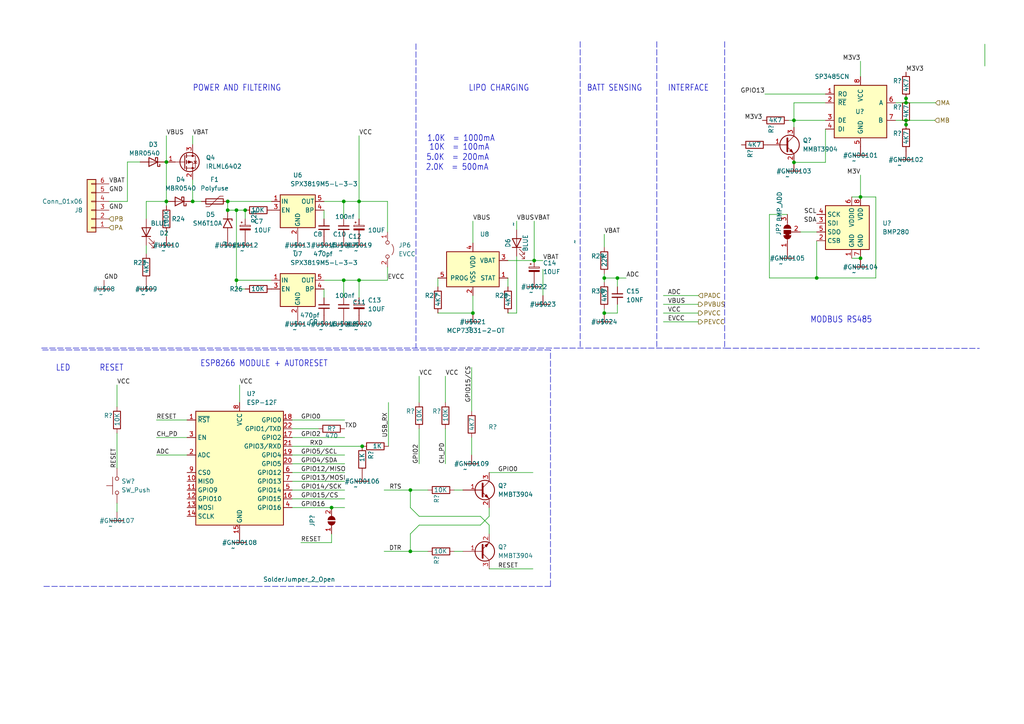
<source format=kicad_sch>
(kicad_sch (version 20211123) (generator eeschema)
  (paper "A4")
  (lib_symbols
    (symbol "Battery_Management:MCP73831-2-OT" (pin_names (offset 1.016))
      (property "Reference" "U" (at -7.62 6.35 0))
      (property "Value" "MCP73831-2-OT" (at 1.27 6.35 0))
      (symbol "MCP73831-2-OT_0_1"
        (rectangle (start -7.62 5.08) (end 7.62 -5.08) (stroke (width 0.254)) (fill (type background)))
      )
      (symbol "MCP73831-2-OT_1_1"
        (pin output line (at 10.16 -2.54 180) (length 2.54) (name "STAT") (number "1"))
        (pin power_in line (at 0 -7.62 90) (length 2.54) (name "VSS") (number "2"))
        (pin power_out line (at 10.16 2.54 180) (length 2.54) (name "VBAT") (number "3"))
        (pin power_in line (at 0 7.62 270) (length 2.54) (name "VDD") (number "4"))
        (pin input line (at -10.16 -2.54 0) (length 2.54) (name "PROG") (number "5"))
      )
    )
    (symbol "CPU_ESPID12-eagle-import:GND" (power)
      (property "Value" "GND" (at -2.54 -2.54 0))
      (symbol "GND_1_0"
        (polyline (pts (xy -1.905 0) (xy 1.905 0)) (stroke (width 0.254)))
        (pin power_in line (at 0 2.54 270) (length 2.54) (name "GND") (number "1"))
      )
    )
    (symbol "Connector_Generic:Conn_01x06" (pin_names (offset 1.016) hide)
      (property "Reference" "J" (at 0 7.62 0))
      (property "Value" "Conn_01x06" (at 0 -10.16 0))
      (symbol "Conn_01x06_1_1"
        (rectangle (start -1.27 -7.493) (end 0 -7.747) (stroke (width 0.1524)))
        (rectangle (start -1.27 -4.953) (end 0 -5.207) (stroke (width 0.1524)))
        (rectangle (start -1.27 -2.413) (end 0 -2.667) (stroke (width 0.1524)))
        (rectangle (start -1.27 0.127) (end 0 -0.127) (stroke (width 0.1524)))
        (rectangle (start -1.27 2.667) (end 0 2.413) (stroke (width 0.1524)))
        (rectangle (start -1.27 5.207) (end 0 4.953) (stroke (width 0.1524)))
        (rectangle (start -1.27 6.35) (end 1.27 -8.89) (stroke (width 0.254)) (fill (type background)))
        (pin passive line (at -5.08 5.08 0) (length 3.81) (name "Pin_1") (number "1"))
        (pin passive line (at -5.08 2.54 0) (length 3.81) (name "Pin_2") (number "2"))
        (pin passive line (at -5.08 0 0) (length 3.81) (name "Pin_3") (number "3"))
        (pin passive line (at -5.08 -2.54 0) (length 3.81) (name "Pin_4") (number "4"))
        (pin passive line (at -5.08 -5.08 0) (length 3.81) (name "Pin_5") (number "5"))
        (pin passive line (at -5.08 -7.62 0) (length 3.81) (name "Pin_6") (number "6"))
      )
    )
    (symbol "Device:C_Polarized_Small" (pin_numbers hide) (pin_names (offset 0.254) hide)
      (property "Reference" "C" (at 0.254 1.778 0))
      (property "Value" "C_Polarized_Small" (at 0.254 -2.032 0))
      (symbol "C_Polarized_Small_0_1"
        (rectangle (start -1.524 -0.3048) (end 1.524 -0.6858) (fill (type outline)))
        (rectangle (start -1.524 0.6858) (end 1.524 0.3048))
        (polyline (pts (xy -1.27 1.524) (xy -0.762 1.524)))
        (polyline (pts (xy -1.016 1.27) (xy -1.016 1.778)))
      )
      (symbol "C_Polarized_Small_1_1"
        (pin passive line (at 0 2.54 270) (length 1.8542) (name "~") (number "1"))
        (pin passive line (at 0 -2.54 90) (length 1.8542) (name "~") (number "2"))
      )
    )
    (symbol "Device:C_Small" (pin_numbers hide) (pin_names (offset 0.254) hide)
      (property "Reference" "C" (at 0.254 1.778 0))
      (property "Value" "C_Small" (at 0.254 -2.032 0))
      (symbol "C_Small_0_1"
        (polyline (pts (xy -1.524 -0.508) (xy 1.524 -0.508)) (stroke (width 0.3302)))
        (polyline (pts (xy -1.524 0.508) (xy 1.524 0.508)) (stroke (width 0.3048)))
      )
      (symbol "C_Small_1_1"
        (pin passive line (at 0 2.54 270) (length 2.032) (name "~") (number "1"))
        (pin passive line (at 0 -2.54 90) (length 2.032) (name "~") (number "2"))
      )
    )
    (symbol "Device:LED" (pin_numbers hide) (pin_names (offset 1.016) hide)
      (property "Reference" "D" (at 0 2.54 0))
      (property "Value" "LED" (at 0 -2.54 0))
      (symbol "LED_0_1"
        (polyline (pts (xy -1.27 -1.27) (xy -1.27 1.27)) (stroke (width 0.254)))
        (polyline (pts (xy -1.27 0) (xy 1.27 0)))
        (polyline (pts (xy 1.27 -1.27) (xy 1.27 1.27) (xy -1.27 0) (xy 1.27 -1.27)) (stroke (width 0.254)))
        (polyline (pts (xy -3.048 -0.762) (xy -4.572 -2.286) (xy -3.81 -2.286) (xy -4.572 -2.286) (xy -4.572 -1.524)))
        (polyline (pts (xy -1.778 -0.762) (xy -3.302 -2.286) (xy -2.54 -2.286) (xy -3.302 -2.286) (xy -3.302 -1.524)))
      )
      (symbol "LED_1_1"
        (pin passive line (at -3.81 0 0) (length 2.54) (name "K") (number "1"))
        (pin passive line (at 3.81 0 180) (length 2.54) (name "A") (number "2"))
      )
    )
    (symbol "Device:Polyfuse" (pin_numbers hide) (pin_names (offset 0))
      (property "Reference" "F" (at -2.54 0 90))
      (property "Value" "Polyfuse" (at 2.54 0 90))
      (symbol "Polyfuse_0_1"
        (rectangle (start -0.762 2.54) (end 0.762 -2.54) (stroke (width 0.254)))
        (polyline (pts (xy 0 2.54) (xy 0 -2.54)))
        (polyline (pts (xy -1.524 2.54) (xy -1.524 1.524) (xy 1.524 -1.524) (xy 1.524 -2.54)))
      )
      (symbol "Polyfuse_1_1"
        (pin passive line (at 0 3.81 270) (length 1.27) (name "~") (number "1"))
        (pin passive line (at 0 -3.81 90) (length 1.27) (name "~") (number "2"))
      )
    )
    (symbol "Device:R" (pin_numbers hide) (pin_names (offset 0))
      (property "Reference" "R" (at 2.032 0 90))
      (property "Value" "R" (at 0 0 90))
      (symbol "R_0_1"
        (rectangle (start -1.016 -2.54) (end 1.016 2.54) (stroke (width 0.254)))
      )
      (symbol "R_1_1"
        (pin passive line (at 0 3.81 270) (length 1.27) (name "~") (number "1"))
        (pin passive line (at 0 -3.81 90) (length 1.27) (name "~") (number "2"))
      )
    )
    (symbol "Diode:MBR0540" (pin_numbers hide) (pin_names (offset 1.016) hide)
      (property "Reference" "D" (at 0 2.54 0))
      (property "Value" "MBR0540" (at 0 -2.54 0))
      (symbol "MBR0540_0_1"
        (polyline (pts (xy 1.27 0) (xy -1.27 0)))
        (polyline (pts (xy 1.27 1.27) (xy 1.27 -1.27) (xy -1.27 0) (xy 1.27 1.27)) (stroke (width 0.254)))
        (polyline (pts (xy -1.905 0.635) (xy -1.905 1.27) (xy -1.27 1.27) (xy -1.27 -1.27) (xy -0.635 -1.27) (xy -0.635 -0.635)) (stroke (width 0.254)))
      )
      (symbol "MBR0540_1_1"
        (pin passive line (at -3.81 0 0) (length 2.54) (name "K") (number "1"))
        (pin passive line (at 3.81 0 180) (length 2.54) (name "A") (number "2"))
      )
    )
    (symbol "Diode:SM6T10A" (pin_numbers hide) (pin_names (offset 1.016) hide)
      (property "Reference" "D" (at 0 2.54 0))
      (property "Value" "SM6T10A" (at 0 -2.54 0))
      (symbol "SM6T10A_0_1"
        (polyline (pts (xy -0.762 1.27) (xy -1.27 1.27) (xy -1.27 -1.27)) (stroke (width 0.254)))
        (polyline (pts (xy 1.27 1.27) (xy 1.27 -1.27) (xy -1.27 0) (xy 1.27 1.27)) (stroke (width 0.254)))
      )
      (symbol "SM6T10A_1_1"
        (pin passive line (at -3.81 0 0) (length 2.54) (name "A1") (number "1"))
        (pin passive line (at 3.81 0 180) (length 2.54) (name "A2") (number "2"))
      )
    )
    (symbol "Interface_UART:SP3485CN" (pin_names (offset 1.016))
      (property "Reference" "U" (at -7.62 8.89 0))
      (property "Value" "SP3485CN" (at 2.54 8.89 0))
      (symbol "SP3485CN_0_1"
        (rectangle (start -7.62 7.62) (end 7.62 -7.62) (stroke (width 0.254)) (fill (type background)))
      )
      (symbol "SP3485CN_1_1"
        (pin output line (at -10.16 5.08 0) (length 2.54) (name "RO") (number "1"))
        (pin input line (at -10.16 2.54 0) (length 2.54) (name "~{RE}") (number "2"))
        (pin input line (at -10.16 -2.54 0) (length 2.54) (name "DE") (number "3"))
        (pin input line (at -10.16 -5.08 0) (length 2.54) (name "DI") (number "4"))
        (pin power_in line (at 0 -10.16 90) (length 2.54) (name "GND") (number "5"))
        (pin bidirectional line (at 10.16 2.54 180) (length 2.54) (name "A") (number "6"))
        (pin bidirectional line (at 10.16 -2.54 180) (length 2.54) (name "B") (number "7"))
        (pin power_in line (at 0 10.16 270) (length 2.54) (name "VCC") (number "8"))
      )
    )
    (symbol "Jumper:Jumper_2_Open" (pin_names (offset 0) hide)
      (property "Reference" "JP" (at 0 2.794 0))
      (property "Value" "Jumper_2_Open" (at 0 -2.286 0))
      (symbol "Jumper_2_Open_0_0"
        (circle (center -2.032 0) (radius 0.508))
        (circle (center 2.032 0) (radius 0.508))
      )
      (symbol "Jumper_2_Open_0_1"
        (arc (start 1.524 1.27) (mid 0 1.778) (end -1.524 1.27))
      )
      (symbol "Jumper_2_Open_1_1"
        (pin passive line (at -5.08 0 0) (length 2.54) (name "A") (number "1"))
        (pin passive line (at 5.08 0 180) (length 2.54) (name "B") (number "2"))
      )
    )
    (symbol "Jumper:SolderJumper_2_Open" (pin_names (offset 0) hide)
      (property "Reference" "JP" (at 0 2.032 0))
      (property "Value" "SolderJumper_2_Open" (at 0 -2.54 0))
      (symbol "SolderJumper_2_Open_0_1"
        (arc (start -0.254 1.016) (mid -1.27 0) (end -0.254 -1.016))
        (arc (start -0.254 1.016) (mid -1.27 0) (end -0.254 -1.016) (fill (type outline)))
        (polyline (pts (xy -0.254 1.016) (xy -0.254 -1.016)))
        (polyline (pts (xy 0.254 1.016) (xy 0.254 -1.016)))
        (arc (start 0.254 -1.016) (mid 1.27 0) (end 0.254 1.016))
        (arc (start 0.254 -1.016) (mid 1.27 0) (end 0.254 1.016) (fill (type outline)))
      )
      (symbol "SolderJumper_2_Open_1_1"
        (pin passive line (at -3.81 0 0) (length 2.54) (name "A") (number "1"))
        (pin passive line (at 3.81 0 180) (length 2.54) (name "B") (number "2"))
      )
    )
    (symbol "Jumper:SolderJumper_3_Bridged12" (pin_names (offset 0) hide)
      (property "Reference" "JP" (at -2.54 -2.54 0))
      (property "Value" "SolderJumper_3_Bridged12" (at 0 2.794 0))
      (symbol "SolderJumper_3_Bridged12_0_1"
        (rectangle (start -1.016 0.508) (end -0.508 -0.508) (fill (type outline)))
        (arc (start -1.016 1.016) (mid -2.032 0) (end -1.016 -1.016))
        (arc (start -1.016 1.016) (mid -2.032 0) (end -1.016 -1.016) (fill (type outline)))
        (rectangle (start -0.508 1.016) (end 0.508 -1.016) (fill (type outline)))
        (polyline (pts (xy -2.54 0) (xy -2.032 0)))
        (polyline (pts (xy -1.016 1.016) (xy -1.016 -1.016)))
        (polyline (pts (xy 0 -1.27) (xy 0 -1.016)))
        (polyline (pts (xy 1.016 1.016) (xy 1.016 -1.016)))
        (polyline (pts (xy 2.54 0) (xy 2.032 0)))
        (arc (start 1.016 -1.016) (mid 2.032 0) (end 1.016 1.016))
        (arc (start 1.016 -1.016) (mid 2.032 0) (end 1.016 1.016) (fill (type outline)))
      )
      (symbol "SolderJumper_3_Bridged12_1_1"
        (pin passive line (at -5.08 0 0) (length 2.54) (name "A") (number "1"))
        (pin passive line (at 0 -3.81 90) (length 2.54) (name "C") (number "2"))
        (pin passive line (at 5.08 0 180) (length 2.54) (name "B") (number "3"))
      )
    )
    (symbol "RF_Module:ESP-12F"
      (property "Reference" "U" (at -12.7 19.05 0))
      (property "Value" "ESP-12F" (at 12.7 19.05 0))
      (symbol "ESP-12F_0_1"
        (rectangle (start -12.7 17.78) (end 12.7 -15.24) (stroke (width 0.254)) (fill (type background)))
      )
      (symbol "ESP-12F_1_1"
        (pin input line (at -15.24 15.24 0) (length 2.54) (name "~{RST}") (number "1"))
        (pin bidirectional line (at -15.24 -2.54 0) (length 2.54) (name "MISO") (number "10"))
        (pin bidirectional line (at -15.24 -5.08 0) (length 2.54) (name "GPIO9") (number "11"))
        (pin bidirectional line (at -15.24 -7.62 0) (length 2.54) (name "GPIO10") (number "12"))
        (pin bidirectional line (at -15.24 -10.16 0) (length 2.54) (name "MOSI") (number "13"))
        (pin bidirectional line (at -15.24 -12.7 0) (length 2.54) (name "SCLK") (number "14"))
        (pin power_in line (at 0 -17.78 90) (length 2.54) (name "GND") (number "15"))
        (pin bidirectional line (at 15.24 -7.62 180) (length 2.54) (name "GPIO15") (number "16"))
        (pin bidirectional line (at 15.24 10.16 180) (length 2.54) (name "GPIO2") (number "17"))
        (pin bidirectional line (at 15.24 15.24 180) (length 2.54) (name "GPIO0") (number "18"))
        (pin bidirectional line (at 15.24 5.08 180) (length 2.54) (name "GPIO4") (number "19"))
        (pin input line (at -15.24 5.08 0) (length 2.54) (name "ADC") (number "2"))
        (pin bidirectional line (at 15.24 2.54 180) (length 2.54) (name "GPIO5") (number "20"))
        (pin bidirectional line (at 15.24 7.62 180) (length 2.54) (name "GPIO3/RXD") (number "21"))
        (pin bidirectional line (at 15.24 12.7 180) (length 2.54) (name "GPIO1/TXD") (number "22"))
        (pin input line (at -15.24 10.16 0) (length 2.54) (name "EN") (number "3"))
        (pin bidirectional line (at 15.24 -10.16 180) (length 2.54) (name "GPIO16") (number "4"))
        (pin bidirectional line (at 15.24 -5.08 180) (length 2.54) (name "GPIO14") (number "5"))
        (pin bidirectional line (at 15.24 0 180) (length 2.54) (name "GPIO12") (number "6"))
        (pin bidirectional line (at 15.24 -2.54 180) (length 2.54) (name "GPIO13") (number "7"))
        (pin power_in line (at 0 20.32 270) (length 2.54) (name "VCC") (number "8"))
        (pin input line (at -15.24 0 0) (length 2.54) (name "CS0") (number "9"))
      )
    )
    (symbol "Regulator_Linear:SPX3819M5-L-3-3" (pin_names (offset 0.254))
      (property "Reference" "U" (at -3.81 5.715 0))
      (property "Value" "SPX3819M5-L-3-3" (at 0 5.715 0))
      (symbol "SPX3819M5-L-3-3_0_1"
        (rectangle (start -5.08 4.445) (end 5.08 -5.08) (stroke (width 0.254)) (fill (type background)))
      )
      (symbol "SPX3819M5-L-3-3_1_1"
        (pin power_in line (at -7.62 2.54 0) (length 2.54) (name "IN") (number "1"))
        (pin power_in line (at 0 -7.62 90) (length 2.54) (name "GND") (number "2"))
        (pin input line (at -7.62 0 0) (length 2.54) (name "EN") (number "3"))
        (pin input line (at 7.62 0 180) (length 2.54) (name "BP") (number "4"))
        (pin power_out line (at 7.62 2.54 180) (length 2.54) (name "OUT") (number "5"))
      )
    )
    (symbol "Sensor_Pressure:BMP280"
      (property "Reference" "U" (at -7.62 10.16 0))
      (property "Value" "BMP280" (at 5.08 10.16 0))
      (symbol "BMP280_0_1"
        (rectangle (start -7.62 -5.08) (end 5.08 7.62) (stroke (width 0.254)) (fill (type background)))
      )
      (symbol "BMP280_1_1"
        (pin power_in line (at 0 -7.62 90) (length 2.54) (name "GND") (number "1"))
        (pin input line (at -10.16 -2.54 0) (length 2.54) (name "CSB") (number "2"))
        (pin bidirectional line (at -10.16 2.54 0) (length 2.54) (name "SDI") (number "3"))
        (pin input line (at -10.16 5.08 0) (length 2.54) (name "SCK") (number "4"))
        (pin bidirectional line (at -10.16 0 0) (length 2.54) (name "SDO") (number "5"))
        (pin power_in line (at 0 10.16 270) (length 2.54) (name "VDDIO") (number "6"))
        (pin power_in line (at 2.54 -7.62 90) (length 2.54) (name "GND") (number "7"))
        (pin power_in line (at 2.54 10.16 270) (length 2.54) (name "VDD") (number "8"))
      )
    )
    (symbol "Switch:SW_Push" (pin_numbers hide) (pin_names (offset 1.016) hide)
      (property "Reference" "SW" (at 1.27 2.54 0))
      (property "Value" "SW_Push" (at 0 -1.524 0))
      (symbol "SW_Push_0_1"
        (circle (center -2.032 0) (radius 0.508))
        (polyline (pts (xy 0 1.27) (xy 0 3.048)))
        (polyline (pts (xy 2.54 1.27) (xy -2.54 1.27)))
        (circle (center 2.032 0) (radius 0.508))
        (pin passive line (at -5.08 0 0) (length 2.54) (name "1") (number "1"))
        (pin passive line (at 5.08 0 180) (length 2.54) (name "2") (number "2"))
      )
    )
    (symbol "Transistor_BJT:MMBT3904" (pin_names (offset 0) hide)
      (property "Reference" "Q" (at 5.08 1.905 0))
      (property "Value" "MMBT3904" (at 5.08 0 0))
      (symbol "MMBT3904_0_1"
        (polyline (pts (xy 0.635 0.635) (xy 2.54 2.54)))
        (polyline (pts (xy 0.635 -0.635) (xy 2.54 -2.54) (xy 2.54 -2.54)))
        (polyline (pts (xy 0.635 1.905) (xy 0.635 -1.905) (xy 0.635 -1.905)) (stroke (width 0.508)))
        (polyline (pts (xy 1.27 -1.778) (xy 1.778 -1.27) (xy 2.286 -2.286) (xy 1.27 -1.778) (xy 1.27 -1.778)) (fill (type outline)))
        (circle (center 1.27 0) (radius 2.8194) (stroke (width 0.254)))
      )
      (symbol "MMBT3904_1_1"
        (pin input line (at -5.08 0 0) (length 5.715) (name "B") (number "1"))
        (pin passive line (at 2.54 -5.08 90) (length 2.54) (name "E") (number "2"))
        (pin passive line (at 2.54 5.08 270) (length 2.54) (name "C") (number "3"))
      )
    )
    (symbol "Transistor_FET:IRLML6402" (pin_names hide)
      (property "Reference" "Q" (at 5.08 1.905 0))
      (property "Value" "IRLML6402" (at 5.08 0 0))
      (symbol "IRLML6402_0_1"
        (polyline (pts (xy 0.254 0) (xy -2.54 0)))
        (polyline (pts (xy 0.254 1.905) (xy 0.254 -1.905)) (stroke (width 0.254)))
        (polyline (pts (xy 0.762 -1.27) (xy 0.762 -2.286)) (stroke (width 0.254)))
        (polyline (pts (xy 0.762 0.508) (xy 0.762 -0.508)) (stroke (width 0.254)))
        (polyline (pts (xy 0.762 2.286) (xy 0.762 1.27)) (stroke (width 0.254)))
        (polyline (pts (xy 2.54 2.54) (xy 2.54 1.778)))
        (polyline (pts (xy 2.54 -2.54) (xy 2.54 0) (xy 0.762 0)))
        (polyline (pts (xy 0.762 1.778) (xy 3.302 1.778) (xy 3.302 -1.778) (xy 0.762 -1.778)))
        (polyline (pts (xy 2.286 0) (xy 1.27 0.381) (xy 1.27 -0.381) (xy 2.286 0)) (fill (type outline)))
        (polyline (pts (xy 2.794 -0.508) (xy 2.921 -0.381) (xy 3.683 -0.381) (xy 3.81 -0.254)))
        (polyline (pts (xy 3.302 -0.381) (xy 2.921 0.254) (xy 3.683 0.254) (xy 3.302 -0.381)))
        (circle (center 1.651 0) (radius 2.794) (stroke (width 0.254)))
        (circle (center 2.54 -1.778) (radius 0.254) (fill (type outline)))
        (circle (center 2.54 1.778) (radius 0.254) (fill (type outline)))
      )
      (symbol "IRLML6402_1_1"
        (pin input line (at -5.08 0 0) (length 2.54) (name "G") (number "1"))
        (pin passive line (at 2.54 -5.08 90) (length 2.54) (name "S") (number "2"))
        (pin passive line (at 2.54 5.08 270) (length 2.54) (name "D") (number "3"))
      )
    )
  )
  (junction (at 230.2764 47.0916))
  (junction (at 104.14 58.42))
  (junction (at 119.0244 142.1384))
  (junction (at 66.04 60.96))
  (junction (at 262.7884 36.1696))
  (junction (at 137.16 90.805))
  (junction (at 55.88 58.42))
  (junction (at 249.5804 74.9046))
  (junction (at 262.7884 34.8996))
  (junction (at 99.695 58.42))
  (junction (at 262.7884 28.5496))
  (junction (at 119.0244 159.9184))
  (junction (at 99.695 81.28))
  (junction (at 104.14 81.28))
  (junction (at 262.7884 29.8196))
  (junction (at 68.58 81.28))
  (junction (at 71.12 60.96))
  (junction (at 48.26 46.99))
  (junction (at 66.04 58.42))
  (junction (at 175.26 90.805))
  (junction (at 105.0544 129.4384))
  (junction (at 249.5804 57.1246))
  (junction (at 68.58 60.96))
  (junction (at 154.94 75.565))
  (junction (at 48.26 58.42))
  (junction (at 230.2764 34.8996))
  (junction (at 96.1644 147.2184))
  (junction (at 236.8804 80.6196))
  (junction (at 175.26 80.645))
  (junction (at 179.07 80.645))
  (wire (pts (xy 99.9744 131.9784) (xy 84.7344 131.9784)))
  (wire (pts (xy 230.2764 47.0916) (xy 239.4204 47.0916)))
  (wire (pts (xy 99.695 81.28) (xy 104.14 81.28)))
  (wire (pts (xy 259.7404 34.8996) (xy 262.7884 34.8996)))
  (wire (pts (xy 42.418 73.66) (xy 42.418 71.12)))
  (wire (pts (xy 42.418 58.42) (xy 48.26 58.42)))
  (wire (pts (xy 141.8844 149.7584) (xy 139.3444 152.2984)))
  (polyline (pts (xy 120.65 12.7) (xy 120.65 100.965)))
  (wire (pts (xy 149.86 64.135) (xy 149.86 66.675)))
  (wire (pts (xy 99.695 58.42) (xy 104.14 58.42)))
  (wire (pts (xy 84.7344 139.5984) (xy 99.9744 139.5984)))
  (polyline (pts (xy 159.6644 170.0784) (xy 124.1044 170.0784)))
  (wire (pts (xy 93.98 58.42) (xy 99.695 58.42)))
  (wire (pts (xy 104.14 58.42) (xy 112.395 58.42)))
  (wire (pts (xy 262.7884 29.8196) (xy 271.3228 29.8196)))
  (wire (pts (xy 45.3644 121.8184) (xy 54.2544 121.8184)))
  (wire (pts (xy 112.395 58.42) (xy 112.395 67.31)))
  (polyline (pts (xy 190.5 12.065) (xy 190.5 100.965)))
  (wire (pts (xy 66.04 58.42) (xy 66.04 60.96)))
  (wire (pts (xy 48.26 67.31) (xy 48.26 68.58)))
  (wire (pts (xy 119.0244 159.9184) (xy 124.1044 159.9184)))
  (wire (pts (xy 93.98 81.28) (xy 99.695 81.28)))
  (wire (pts (xy 192.405 85.725) (xy 202.565 85.725)))
  (wire (pts (xy 36.957 46.99) (xy 40.64 46.99)))
  (wire (pts (xy 84.7344 121.8184) (xy 99.9744 121.8184)))
  (polyline (pts (xy 159.6644 126.8984) (xy 159.6644 101.4984)))
  (wire (pts (xy 154.94 64.135) (xy 154.94 75.565)))
  (wire (pts (xy 84.7344 137.0584) (xy 99.9744 137.0584)))
  (wire (pts (xy 137.16 64.135) (xy 137.16 70.485)))
  (wire (pts (xy 249.5804 17.7546) (xy 249.5804 22.1996)))
  (wire (pts (xy 119.0244 159.9184) (xy 111.4044 159.9184)))
  (wire (pts (xy 68.58 81.28) (xy 68.58 83.82)))
  (wire (pts (xy 119.0244 147.2184) (xy 119.0244 142.1384)))
  (wire (pts (xy 121.5644 149.7584) (xy 119.0244 147.2184)))
  (wire (pts (xy 249.5804 57.1246) (xy 247.0404 57.1246)))
  (wire (pts (xy 149.86 90.805) (xy 149.86 74.295)))
  (wire (pts (xy 104.14 39.37) (xy 104.14 58.42)))
  (polyline (pts (xy 159.6644 101.4984) (xy 129.1844 101.4984)))
  (wire (pts (xy 48.26 46.99) (xy 48.26 58.42)))
  (wire (pts (xy 239.4204 37.4396) (xy 239.4204 47.0916)))
  (wire (pts (xy 84.7344 134.5184) (xy 99.9744 134.5184)))
  (wire (pts (xy 33.9344 111.6584) (xy 33.9344 118.0084)))
  (wire (pts (xy 179.07 80.645) (xy 181.61 80.645)))
  (wire (pts (xy 147.32 80.645) (xy 147.32 83.185)))
  (wire (pts (xy 36.957 46.99) (xy 36.957 58.42)))
  (wire (pts (xy 119.0244 142.1384) (xy 124.1044 142.1384)))
  (wire (pts (xy 236.8804 80.6196) (xy 254.0254 80.6196)))
  (polyline (pts (xy 12.3444 101.4984) (xy 129.1844 101.4984)))
  (wire (pts (xy 154.5844 164.9984) (xy 141.8844 164.9984)))
  (wire (pts (xy 99.695 86.36) (xy 99.695 81.28)))
  (wire (pts (xy 179.07 90.805) (xy 175.26 90.805)))
  (wire (pts (xy 175.26 67.945) (xy 175.26 71.755)))
  (wire (pts (xy 141.8844 137.0584) (xy 154.5844 137.0584)))
  (wire (pts (xy 285.6484 12.8016) (xy 285.6484 19.1516)))
  (wire (pts (xy 259.7404 29.8196) (xy 262.7884 29.8196)))
  (wire (pts (xy 141.8844 147.2184) (xy 141.8844 149.7584)))
  (wire (pts (xy 262.7884 28.5496) (xy 262.7884 29.8196)))
  (wire (pts (xy 141.8844 154.8384) (xy 141.8844 152.2984)))
  (wire (pts (xy 84.7344 147.2184) (xy 96.1644 147.2184)))
  (wire (pts (xy 249.5804 50.7746) (xy 249.5804 57.1246)))
  (wire (pts (xy 71.12 83.82) (xy 68.58 83.82)))
  (wire (pts (xy 33.9344 125.6284) (xy 33.9344 135.7884)))
  (wire (pts (xy 93.98 60.96) (xy 93.98 63.5)))
  (wire (pts (xy 239.4204 29.8196) (xy 230.2764 29.8196)))
  (wire (pts (xy 192.405 90.805) (xy 202.565 90.805)))
  (wire (pts (xy 84.7344 144.6784) (xy 99.9744 144.6784)))
  (wire (pts (xy 141.8844 152.2984) (xy 139.3444 149.7584)))
  (wire (pts (xy 96.1644 154.8384) (xy 96.1644 157.3784)))
  (wire (pts (xy 112.6744 129.4384) (xy 112.6744 116.7384)))
  (wire (pts (xy 121.5644 109.1184) (xy 121.5644 116.7384)))
  (wire (pts (xy 55.88 52.07) (xy 55.88 58.42)))
  (wire (pts (xy 48.26 58.42) (xy 48.26 59.69)))
  (wire (pts (xy 230.2764 29.8196) (xy 230.2764 34.8996)))
  (wire (pts (xy 121.5644 124.3584) (xy 121.5644 134.5184)))
  (wire (pts (xy 175.26 89.535) (xy 175.26 90.805)))
  (wire (pts (xy 131.7244 142.1384) (xy 134.2644 142.1384)))
  (wire (pts (xy 99.695 63.5) (xy 99.695 58.42)))
  (wire (pts (xy 121.5644 152.2984) (xy 119.0244 154.8384)))
  (polyline (pts (xy 12.065 100.965) (xy 193.675 100.965)))
  (polyline (pts (xy 168.275 12.065) (xy 168.275 100.965)))
  (wire (pts (xy 232.1814 67.2846) (xy 236.8804 67.2846)))
  (wire (pts (xy 147.32 75.565) (xy 154.94 75.565)))
  (wire (pts (xy 137.16 85.725) (xy 137.16 90.805)))
  (polyline (pts (xy 124.1044 170.0784) (xy 12.3444 170.0784)))
  (wire (pts (xy 104.14 58.42) (xy 104.14 63.5)))
  (wire (pts (xy 55.88 39.37) (xy 55.88 41.91)))
  (wire (pts (xy 112.395 77.47) (xy 112.395 81.28)))
  (polyline (pts (xy 210.185 12.065) (xy 210.185 100.965)))
  (wire (pts (xy 84.7344 129.4384) (xy 105.0544 129.4384)))
  (wire (pts (xy 223.1644 80.6196) (xy 236.8804 80.6196)))
  (wire (pts (xy 104.14 81.28) (xy 112.395 81.28)))
  (wire (pts (xy 129.1844 124.3584) (xy 129.1844 134.5184)))
  (wire (pts (xy 247.0404 74.9046) (xy 249.5804 74.9046)))
  (wire (pts (xy 157.48 85.725) (xy 157.48 78.105)))
  (wire (pts (xy 42.418 63.5) (xy 42.418 58.42)))
  (wire (pts (xy 71.12 60.96) (xy 71.12 63.5)))
  (wire (pts (xy 48.26 39.37) (xy 48.26 46.99)))
  (wire (pts (xy 66.04 60.96) (xy 68.58 60.96)))
  (wire (pts (xy 136.8044 126.8984) (xy 136.8044 131.9784)))
  (wire (pts (xy 33.9344 145.9484) (xy 33.9344 148.4884)))
  (wire (pts (xy 262.7884 34.8996) (xy 271.1196 34.8996)))
  (wire (pts (xy 228.7524 34.8996) (xy 230.2764 34.8996)))
  (wire (pts (xy 262.7884 34.8996) (xy 262.7884 36.1696)))
  (wire (pts (xy 254.0254 80.6196) (xy 254.0254 57.1246)))
  (wire (pts (xy 127 90.805) (xy 137.16 90.805)))
  (wire (pts (xy 93.98 83.82) (xy 93.98 86.36)))
  (wire (pts (xy 68.58 81.28) (xy 78.74 81.28)))
  (wire (pts (xy 179.07 88.265) (xy 179.07 90.805)))
  (wire (pts (xy 31.623 58.42) (xy 36.957 58.42)))
  (wire (pts (xy 45.3644 126.8984) (xy 54.2544 126.8984)))
  (wire (pts (xy 221.8436 27.2796) (xy 239.4204 27.2796)))
  (polyline (pts (xy 210.312 100.9904) (xy 284.0736 101.0412)))
  (wire (pts (xy 139.3444 149.7584) (xy 121.5644 149.7584)))
  (wire (pts (xy 134.2644 159.9184) (xy 131.7244 159.9184)))
  (wire (pts (xy 84.7344 124.3584) (xy 92.3544 124.3584)))
  (wire (pts (xy 111.4044 142.1384) (xy 119.0244 142.1384)))
  (wire (pts (xy 119.0244 154.8384) (xy 119.0244 159.9184)))
  (wire (pts (xy 147.32 90.805) (xy 149.86 90.805)))
  (wire (pts (xy 87.2744 157.3784) (xy 96.1644 157.3784)))
  (wire (pts (xy 45.3644 131.9784) (xy 54.2544 131.9784)))
  (wire (pts (xy 136.8044 119.2784) (xy 136.8044 106.5784)))
  (wire (pts (xy 96.1644 147.2184) (xy 99.9744 147.2184)))
  (wire (pts (xy 223.1644 62.2046) (xy 223.1644 80.6196)))
  (wire (pts (xy 154.94 75.565) (xy 157.48 75.565)))
  (wire (pts (xy 66.04 58.42) (xy 78.74 58.42)))
  (wire (pts (xy 179.07 80.645) (xy 175.26 80.645)))
  (wire (pts (xy 84.7344 142.1384) (xy 99.9744 142.1384)))
  (wire (pts (xy 175.26 79.375) (xy 175.26 80.645)))
  (wire (pts (xy 104.14 81.28) (xy 104.14 86.36)))
  (wire (pts (xy 179.07 83.185) (xy 179.07 80.645)))
  (wire (pts (xy 175.26 80.645) (xy 175.26 81.915)))
  (wire (pts (xy 192.405 93.345) (xy 202.565 93.345)))
  (wire (pts (xy 223.1644 62.2046) (xy 228.3714 62.2046)))
  (wire (pts (xy 192.405 88.265) (xy 202.565 88.265)))
  (polyline (pts (xy 193.675 100.965) (xy 210.185 100.965)))
  (wire (pts (xy 230.2764 34.8996) (xy 230.2764 36.9316)))
  (wire (pts (xy 129.1844 109.1184) (xy 129.1844 116.7384)))
  (wire (pts (xy 254.0254 57.1246) (xy 249.5804 57.1246)))
  (wire (pts (xy 55.88 58.42) (xy 58.42 58.42)))
  (polyline (pts (xy 159.6644 170.0784) (xy 159.6644 126.8984)))
  (wire (pts (xy 99.9744 126.8984) (xy 84.7344 126.8984)))
  (wire (pts (xy 230.2764 34.8996) (xy 239.4204 34.8996)))
  (wire (pts (xy 127 80.645) (xy 127 83.185)))
  (wire (pts (xy 69.4944 111.6584) (xy 69.4944 116.7384)))
  (wire (pts (xy 68.58 60.96) (xy 68.58 81.28)))
  (wire (pts (xy 236.8804 69.8246) (xy 236.8804 80.6196)))
  (wire (pts (xy 68.58 60.96) (xy 71.12 60.96)))
  (wire (pts (xy 139.3444 152.2984) (xy 121.5644 152.2984)))
  (text "INTERFACE\n" (at 193.675 26.67 180) (effects (font (size 1.778 1.5113)) (justify left bottom)))
  (text "ESP8266 MODULE + AUTORESET" (at 58.0644 106.5784 180) (effects (font (size 1.778 1.5113)) (justify left bottom)))
  (text "POWER AND FILTERING" (at 55.88 26.67 180) (effects (font (size 1.778 1.5113)) (justify left bottom)))
  (text "BATT SENSING\n" (at 170.18 26.67 180) (effects (font (size 1.778 1.5113)) (justify left bottom)))
  (text "2.0K  = 500mA" (at 123.4755 49.643 180) (effects (font (size 1.778 1.5113)) (justify left bottom)))
  (text "1.0K  = 1000mA" (at 123.8689 41.2555 180) (effects (font (size 1.778 1.5113)) (justify left bottom)))
  (text "RESET" (at 28.8544 107.8484 180) (effects (font (size 1.778 1.5113)) (justify left bottom)))
  (text "MODBUS RS485" (at 235.0008 93.8784 180) (effects (font (size 1.778 1.5113)) (justify left bottom)))
  (text "LIPO CHARGING" (at 135.89 26.67 180) (effects (font (size 1.778 1.5113)) (justify left bottom)))
  (text "10K  = 100mA" (at 124.46 43.815 180) (effects (font (size 1.778 1.5113)) (justify left bottom)))
  (text "LED" (at 16.1544 107.8484 180) (effects (font (size 1.778 1.5113)) (justify left bottom)))
  (text "5.0K  = 200mA" (at 123.633 46.7684 180) (effects (font (size 1.778 1.5113)) (justify left bottom)))
  (label "RXD" (at 89.8144 129.4384 0) (effects (font (size 1.2446 1.2446))))
  (label "TXD" (at 99.9744 124.3584 0) (effects (font (size 1.2446 1.2446))))
  (label "VBAT" (at 31.623 53.34 0))
  (label "GPIO13{slash}MOSI" (at 87.2744 139.5984 0))
  (label "GPIO13" (at 221.8436 27.2796 180))
  (label "GPIO15{slash}CS" (at 136.8044 116.7384 90) (effects (font (size 1.2446 1.2446))))
  (label "M3V3" (at 262.7884 20.9296 0))
  (label "GPIO4/SDA" (at 87.2744 134.5184 0) (effects (font (size 1.2446 1.2446))))
  (label "VBUS" (at 149.86 64.135 0))
  (label "VCC" (at 193.675 90.805 0))
  (label "DTR" (at 116.4844 159.9184 180) (effects (font (size 1.2446 1.2446))))
  (label "ADC" (at 193.675 85.725 0))
  (label "CH_PD" (at 129.1844 134.5184 90) (effects (font (size 1.2446 1.2446))))
  (label "RESET" (at 45.3644 121.8184 0) (effects (font (size 1.2446 1.2446))))
  (label "RESET" (at 144.4244 164.9984 0) (effects (font (size 1.2446 1.2446))))
  (label "GND" (at 31.623 60.96 0))
  (label "RESET" (at 33.9344 135.7884 90) (effects (font (size 1.2446 1.2446))))
  (label "VCC" (at 69.4944 111.6584 0))
  (label "GPIO2" (at 87.2744 126.8984 0) (effects (font (size 1.2446 1.2446))))
  (label "RESET" (at 87.2744 157.3784 0) (effects (font (size 1.2446 1.2446))))
  (label "GPIO5/SCL" (at 87.2744 131.9784 0) (effects (font (size 1.2446 1.2446))))
  (label "CH_PD" (at 45.3644 126.8984 0) (effects (font (size 1.2446 1.2446))))
  (label "GND" (at 30.1752 81.28 0))
  (label "VBUS" (at 48.26 39.37 0))
  (label "GPIO15{slash}CS" (at 87.2744 144.6784 0))
  (label "RTS" (at 116.4844 142.1384 180) (effects (font (size 1.2446 1.2446))))
  (label "VBUS" (at 137.16 64.135 0))
  (label "VCC" (at 129.1844 109.1184 0))
  (label "VBAT" (at 175.26 67.945 0))
  (label "VCC" (at 121.5644 109.1184 0))
  (label "SDA" (at 236.8804 64.7446 180))
  (label "EVCC" (at 112.395 81.28 0))
  (label "GPIO0" (at 87.2744 121.8184 0) (effects (font (size 1.2446 1.2446))))
  (label "VBAT" (at 157.48 75.565 0))
  (label "VBUS" (at 193.675 88.265 0))
  (label "GND" (at 31.623 55.88 0))
  (label "VBAT" (at 55.88 39.37 0))
  (label "ADC" (at 181.61 80.645 0))
  (label "USB_RX" (at 112.6744 126.8984 90) (effects (font (size 1.2446 1.2446))))
  (label "M3V3" (at 249.5804 17.7546 180))
  (label "SCL" (at 236.8804 62.2046 180))
  (label "GPIO14{slash}SCK" (at 87.2744 142.1384 0) (effects (font (size 1.2446 1.2446))))
  (label "GPIO16" (at 87.2744 147.2184 0))
  (label "VBAT" (at 154.94 64.135 0))
  (label "ADC" (at 45.3644 131.9784 0) (effects (font (size 1.2446 1.2446))))
  (label "VCC" (at 33.9344 111.6584 0))
  (label "GPIO2" (at 121.5644 134.5184 90) (effects (font (size 1.2446 1.2446))))
  (label "GPIO0" (at 144.4244 137.0584 0) (effects (font (size 1.2446 1.2446))))
  (label "GPIO12{slash}MISO" (at 87.2744 137.0584 0))
  (label "EVCC" (at 193.675 93.345 0))
  (label "VCC" (at 104.14 39.37 0))
  (label "M3V" (at 249.5804 50.7746 180))
  (label "M3V3" (at 221.1324 34.8996 180))
  (hierarchical_label "MA" (shape input) (at 271.3228 29.8196 0))
  (hierarchical_label "PB" (shape input) (at 31.623 63.5 0))
  (hierarchical_label "PVBUS" (shape output) (at 202.565 88.265 0))
  (hierarchical_label "PA" (shape input) (at 31.623 66.04 0))
  (hierarchical_label "PADC" (shape input) (at 202.565 85.725 0))
  (hierarchical_label "MB" (shape input) (at 271.1196 34.8996 0))
  (hierarchical_label "PVCC" (shape output) (at 202.565 90.805 0))
  (hierarchical_label "PEVCC" (shape output) (at 202.565 93.345 0))
  (symbol (lib_id "CPU_ESPID12-eagle-import:GND") (at 105.0544 139.5984 0) (unit 1)
    (property "Reference" "#GND?" (at 105.0544 139.5984 0))
    (property "Value" "~" (at 102.5144 142.1384 0) (effects (font (size 1.778 1.5113)) (justify left bottom)))
  )
  (symbol (lib_id "Device:R") (at 175.26 85.725 0) (unit 1)
    (property "Reference" "R30" (at 171.45 84.455 0) (effects (justify left)))
    (property "Value" "4K9" (at 175.3023 87.63 90) (effects (justify left)))
    (property "Footprint" "Resistor_SMD:R_0805_2012Metric" (effects hide))
  )
  (symbol (lib_id "CPU_ESPID12-eagle-import:GND") (at 154.94 83.185 0) (unit 1)
    (property "Reference" "#U$022" (at 154.94 83.185 0))
    (property "Value" "~" (at 153.416 85.725 0) (effects (font (size 1.778 1.5113)) (justify left bottom)))
  )
  (symbol (lib_id "Device:R") (at 147.32 86.995 0) (unit 1)
    (property "Reference" "R28" (at 143.51 85.725 0) (effects (justify left)))
    (property "Value" "4K7" (at 147.3623 88.9 90) (effects (justify left)))
    (property "Footprint" "Resistor_SMD:R_0805_2012Metric" (effects hide))
  )
  (symbol (lib_id "Connector_Generic:Conn_01x06") (at 26.543 60.96 180) (unit 1)
    (property "Reference" "J8" (at 24.003 60.9601 0) (effects (justify left)))
    (property "Value" "Conn_01x06" (at 24.003 58.4201 0) (effects (justify left)))
    (property "Footprint" "TerminalBlock:TerminalBlock_bornier-6_P5.08mm" (effects hide))
  )
  (symbol (lib_id "Device:R") (at 108.8644 129.4384 90) (unit 1)
    (property "Reference" "R?" (at 107.5944 133.2484 0) (effects (justify left)))
    (property "Value" "1K" (at 110.7694 129.3961 90) (effects (justify left)))
    (property "Footprint" "Resistor_SMD:R_0805_2012Metric" (effects hide))
  )
  (symbol (lib_id "Regulator_Linear:SPX3819M5-L-3-3") (at 86.36 83.82 0) (unit 1)
    (property "Reference" "U7" (at 86.36 73.66 0))
    (property "Value" "SPX3819M5-L-3-3" (at 93.98 76.2 0))
    (property "Footprint" "Package_TO_SOT_SMD:SOT-23-5" (effects hide))
    (property "Datasheet" "https://www.exar.com/content/document.ashx?id=22106&languageid=1033&type=Datasheet&partnumber=SPX3819&filename=SPX3819.pdf&part=SPX3819" (effects hide))
  )
  (symbol (lib_id "Device:C_Polarized_Small") (at 104.14 66.04 0) (unit 1)
    (property "Reference" "C12" (at 100.965 68.58 0) (effects (justify left)))
    (property "Value" "10UF" (at 106.68 66.7638 0) (effects (justify left)))
    (property "Footprint" "Capacitor_SMD:CP_Elec_5x4.4" (effects hide))
  )
  (symbol (lib_id "Jumper:Jumper_2_Open") (at 112.395 72.39 270) (unit 1)
    (property "Reference" "JP6" (at 115.57 71.1199 90) (effects (justify left)))
    (property "Value" "EVCC" (at 115.57 73.6599 90) (effects (justify left)))
    (property "Footprint" "Jumper:SolderJumper-2_P1.3mm_Bridged_RoundedPad1.0x1.5mm" (effects hide))
  )
  (symbol (lib_id "Diode:SM6T10A") (at 66.04 64.77 270) (unit 1)
    (property "Reference" "D5" (at 59.69 62.23 90) (effects (justify left)))
    (property "Value" "SM6T10A" (at 55.88 64.77 90) (effects (justify left)))
    (property "Footprint" "Diode_SMD:D_SMB" (effects hide))
    (property "Datasheet" "https://www.st.com/resource/en/datasheet/sm6t.pdf" (effects hide))
  )
  (symbol (lib_id "CPU_ESPID12-eagle-import:GND") (at 30.1752 83.82 0) (unit 1)
    (property "Reference" "#U$08" (at 30.1752 83.82 0))
    (property "Value" "~" (at 28.6512 86.36 0) (effects (font (size 1.778 1.5113)) (justify left bottom)))
  )
  (symbol (lib_id "Device:LED") (at 149.86 70.485 90) (unit 1)
    (property "Reference" "D6" (at 147.32 70.485 0))
    (property "Value" "BLUE" (at 152.4 70.485 0))
    (property "Footprint" "Diode_SMD:D_0805_2012Metric" (effects hide))
  )
  (symbol (lib_id "Switch:SW_Push") (at 33.9344 140.8684 90) (unit 1)
    (property "Reference" "SW?" (at 35.2044 139.5983 90) (effects (justify right)))
    (property "Value" "SW_Push" (at 35.2044 142.1383 90) (effects (justify right)))
    (property "Footprint" "Button_Switch_SMD:SW_SPST_B3U-1000P-B" (effects hide))
  )
  (symbol (lib_id "Jumper:SolderJumper_3_Bridged12") (at 228.3714 67.2846 90) (unit 1)
    (property "Reference" "JP?" (at 225.8314 66.5226 0))
    (property "Value" "BMP_ADD" (at 226.0854 59.9186 0))
    (property "Footprint" "Jumper:SolderJumper-3_P1.3mm_Bridged12_RoundedPad1.0x1.5mm" (effects hide))
  )
  (symbol (lib_id "CPU_ESPID12-eagle-import:GND") (at 175.26 93.345 0) (unit 1)
    (property "Reference" "#U$024" (at 175.26 93.345 0))
    (property "Value" "~" (at 167.64 70.739 90) (effects (font (size 1.778 1.5113)) (justify left bottom)))
  )
  (symbol (lib_id "Device:R") (at 48.26 63.5 0) (unit 1)
    (property "Reference" "R24" (at 49.784 63.5 0) (effects (justify left)))
    (property "Value" "100K" (at 48.26 66.04 90) (effects (justify left)))
    (property "Footprint" "Resistor_SMD:R_0805_2012Metric" (effects hide))
  )
  (symbol (lib_id "CPU_ESPID12-eagle-import:GND") (at 104.14 71.12 0) (unit 1)
    (property "Reference" "#U$019" (at 104.14 71.12 0))
    (property "Value" "~" (at 102.616 73.66 0) (effects (font (size 1.778 1.5113)) (justify left bottom)))
  )
  (symbol (lib_id "Device:R") (at 262.7884 39.9796 0) (unit 1)
    (property "Reference" "R?" (at 258.9784 38.7096 0) (effects (justify left)))
    (property "Value" "4K7" (at 262.8307 41.8846 90) (effects (justify left)))
    (property "Footprint" "Resistor_SMD:R_0805_2012Metric" (effects hide))
  )
  (symbol (lib_id "Transistor_BJT:MMBT3904") (at 139.3444 159.9184 0) (mirror x) (unit 1)
    (property "Reference" "Q?" (at 144.4244 158.6483 0) (effects (justify left)))
    (property "Value" "MMBT3904" (at 144.4244 161.1883 0) (effects (justify left)))
    (property "Footprint" "Package_TO_SOT_SMD:SOT-23" (effects hide))
    (property "Datasheet" "https://www.onsemi.com/pub/Collateral/2N3903-D.PDF" (effects hide))
  )
  (symbol (lib_id "CPU_ESPID12-eagle-import:GND") (at 86.36 93.98 0) (unit 1)
    (property "Reference" "#U$014" (at 86.36 93.98 0))
    (property "Value" "~" (at 84.836 96.52 0) (effects (font (size 1.778 1.5113)) (justify left bottom)))
  )
  (symbol (lib_id "Device:R") (at 127.9144 159.9184 90) (unit 1)
    (property "Reference" "R?" (at 126.6444 163.7284 0) (effects (justify left)))
    (property "Value" "10K" (at 129.7347 159.876 90) (effects (justify left)))
    (property "Footprint" "Resistor_SMD:R_0805_2012Metric" (effects hide))
  )
  (symbol (lib_id "Device:C_Small") (at 93.98 66.04 0) (unit 1)
    (property "Reference" "C8" (at 90.805 67.945 0) (effects (justify left)))
    (property "Value" "470pf" (at 90.805 73.66 0) (effects (justify left)))
    (property "Footprint" "Capacitor_SMD:C_0805_2012Metric" (effects hide))
  )
  (symbol (lib_id "Device:C_Small") (at 99.695 88.9 0) (unit 1)
    (property "Reference" "C11" (at 102.235 87.6362 0) (effects (justify left)))
    (property "Value" "100nf" (at 97.155 85.725 0) (effects (justify left)))
    (property "Footprint" "Capacitor_SMD:C_0805_2012Metric" (effects hide))
  )
  (symbol (lib_id "Device:R") (at 33.9344 121.8184 0) (unit 1)
    (property "Reference" "R?" (at 30.1244 120.5484 0) (effects (justify left)))
    (property "Value" "10K" (at 33.9768 123.6387 90) (effects (justify left)))
    (property "Footprint" "Resistor_SMD:R_0805_2012Metric" (effects hide))
  )
  (symbol (lib_id "Transistor_BJT:MMBT3904") (at 227.7364 42.0116 0) (unit 1)
    (property "Reference" "Q?" (at 232.8164 40.7415 0) (effects (justify left)))
    (property "Value" "MMBT3904" (at 232.8164 43.2815 0) (effects (justify left)))
    (property "Footprint" "Package_TO_SOT_SMD:SOT-23" (effects hide))
    (property "Datasheet" "https://www.onsemi.com/pub/Collateral/2N3903-D.PDF" (effects hide))
  )
  (symbol (lib_id "Device:C_Small") (at 179.07 85.725 0) (unit 1)
    (property "Reference" "C15" (at 181.61 84.4612 0) (effects (justify left)))
    (property "Value" "10NF" (at 181.61 87.0012 0) (effects (justify left)))
    (property "Footprint" "Capacitor_SMD:C_0805_2012Metric" (effects hide))
  )
  (symbol (lib_id "CPU_ESPID12-eagle-import:GND") (at 69.4944 157.3784 0) (unit 1)
    (property "Reference" "#GND?" (at 69.4944 157.3784 0))
    (property "Value" "~" (at 66.9544 159.9184 0) (effects (font (size 1.778 1.5113)) (justify left bottom)))
  )
  (symbol (lib_id "CPU_ESPID12-eagle-import:GND") (at 136.8044 134.5184 0) (unit 1)
    (property "Reference" "#GND?" (at 136.8044 134.5184 0))
    (property "Value" "~" (at 134.2644 137.0584 0) (effects (font (size 1.778 1.5113)) (justify left bottom)))
  )
  (symbol (lib_id "Battery_Management:MCP73831-2-OT") (at 137.16 78.105 0) (unit 1)
    (property "Reference" "U8" (at 139.1794 67.945 0) (effects (justify left)))
    (property "Value" "MCP73831-2-OT" (at 129.54 95.885 0) (effects (justify left)))
    (property "Footprint" "Package_TO_SOT_SMD:SOT-23-5" (effects hide))
    (property "Datasheet" "http://ww1.microchip.com/downloads/en/DeviceDoc/20001984g.pdf" (effects hide))
  )
  (symbol (lib_id "CPU_ESPID12-eagle-import:GND") (at 230.2764 49.6316 0) (unit 1)
    (property "Reference" "#GND?" (at 230.2764 49.6316 0))
    (property "Value" "~" (at 227.7364 52.1716 0) (effects (font (size 1.778 1.5113)) (justify left bottom)))
  )
  (symbol (lib_id "CPU_ESPID12-eagle-import:GND") (at 249.5804 77.4446 0) (unit 1)
    (property "Reference" "#GND?" (at 249.5804 77.4446 0))
    (property "Value" "~" (at 247.0404 79.9846 0) (effects (font (size 1.778 1.5113)) (justify left bottom)))
  )
  (symbol (lib_id "CPU_ESPID12-eagle-import:GND") (at 137.16 93.345 0) (unit 1)
    (property "Reference" "#U$021" (at 137.16 93.345 0))
    (property "Value" "~" (at 135.636 95.885 0) (effects (font (size 1.778 1.5113)) (justify left bottom)))
  )
  (symbol (lib_id "CPU_ESPID12-eagle-import:GND") (at 228.3714 74.9046 0) (unit 1)
    (property "Reference" "#GND?" (at 228.3714 74.9046 0))
    (property "Value" "~" (at 225.8314 77.4446 0) (effects (font (size 1.778 1.5113)) (justify left bottom)))
  )
  (symbol (lib_id "Device:R") (at 74.93 60.96 90) (unit 1)
    (property "Reference" "R25" (at 73.66 64.77 0) (effects (justify left)))
    (property "Value" "10K" (at 76.7503 60.9176 90) (effects (justify left)))
    (property "Footprint" "Resistor_SMD:R_0805_2012Metric" (effects hide))
  )
  (symbol (lib_id "Device:Polyfuse") (at 62.23 58.42 90) (unit 1)
    (property "Reference" "F1" (at 62.23 52.07 90))
    (property "Value" "Polyfuse" (at 62.23 54.61 90))
    (property "Footprint" "Fuse:Fuse_1210_3225Metric" (effects hide))
  )
  (symbol (lib_id "Interface_UART:SP3485CN") (at 249.5804 32.3596 0) (unit 1)
    (property "Reference" "U?" (at 248.0564 32.3596 0) (effects (justify left)))
    (property "Value" "SP3485CN" (at 236.2454 22.1996 0) (effects (justify left)))
    (property "Footprint" "Package_SO:SOIC-8_3.9x4.9mm_P1.27mm" (effects hide))
    (property "Datasheet" "http://www.icbase.com/pdf/SPX/SPX00480106.pdf" (effects hide))
  )
  (symbol (lib_id "RF_Module:ESP-12F") (at 69.4944 137.0584 0) (unit 1)
    (property "Reference" "U?" (at 71.5138 114.1984 0) (effects (justify left)))
    (property "Value" "ESP-12F" (at 71.5138 116.7384 0) (effects (justify left)))
    (property "Footprint" "RF_Module:ESP-12E" (effects hide))
    (property "Datasheet" "http://wiki.ai-thinker.com/_media/esp8266/esp8266_series_modules_user_manual_v1.1.pdf" (effects hide))
  )
  (symbol (lib_id "CPU_ESPID12-eagle-import:GND") (at 71.12 71.12 0) (unit 1)
    (property "Reference" "#U$012" (at 71.12 71.12 0))
    (property "Value" "~" (at 69.596 73.66 0) (effects (font (size 1.778 1.5113)) (justify left bottom)))
  )
  (symbol (lib_id "Transistor_BJT:MMBT3904") (at 139.3444 142.1384 0) (unit 1)
    (property "Reference" "Q?" (at 144.4244 140.8683 0) (effects (justify left)))
    (property "Value" "MMBT3904" (at 144.4244 143.4083 0) (effects (justify left)))
    (property "Footprint" "Package_TO_SOT_SMD:SOT-23" (effects hide))
    (property "Datasheet" "https://www.onsemi.com/pub/Collateral/2N3903-D.PDF" (effects hide))
  )
  (symbol (lib_id "Device:R") (at 136.8044 123.0884 0) (unit 1)
    (property "Reference" "R?" (at 141.6304 123.8504 0) (effects (justify left)))
    (property "Value" "4K7" (at 136.8467 124.9934 90) (effects (justify left)))
    (property "Footprint" "Resistor_SMD:R_0805_2012Metric" (effects hide))
  )
  (symbol (lib_id "Device:R") (at 224.9424 34.8996 90) (unit 1)
    (property "Reference" "R?" (at 223.6724 38.7096 0) (effects (justify left)))
    (property "Value" "4K7" (at 226.8474 34.8573 90) (effects (justify left)))
    (property "Footprint" "Resistor_SMD:R_0805_2012Metric" (effects hide))
  )
  (symbol (lib_id "Transistor_FET:IRLML6402") (at 53.34 46.99 0) (unit 1)
    (property "Reference" "Q4" (at 59.69 45.7199 0) (effects (justify left)))
    (property "Value" "IRLML6402" (at 59.69 48.2599 0) (effects (justify left)))
    (property "Footprint" "Package_TO_SOT_SMD:SOT-23" (effects hide))
    (property "Datasheet" "https://www.infineon.com/dgdl/irlml6402pbf.pdf?fileId=5546d462533600a401535668d5c2263c" (effects hide))
  )
  (symbol (lib_id "Device:C_Small") (at 99.695 66.04 0) (unit 1)
    (property "Reference" "C10" (at 96.52 67.945 0) (effects (justify left)))
    (property "Value" "100nf" (at 97.155 62.865 0) (effects (justify left)))
    (property "Footprint" "Capacitor_SMD:C_0805_2012Metric" (effects hide))
  )
  (symbol (lib_id "Device:C_Small") (at 93.98 88.9 0) (unit 1)
    (property "Reference" "C9" (at 89.535 93.345 0) (effects (justify left)))
    (property "Value" "470pf" (at 86.995 91.44 0) (effects (justify left)))
    (property "Footprint" "Capacitor_SMD:C_0805_2012Metric" (effects hide))
  )
  (symbol (lib_id "Device:R") (at 105.0544 133.2484 180) (unit 1)
    (property "Reference" "R?" (effects hide))
    (property "Value" "1K" (at 105.0121 131.3434 90) (effects (justify left)))
    (property "Footprint" "Resistor_SMD:R_0805_2012Metric" (effects hide))
  )
  (symbol (lib_id "Jumper:SolderJumper_2_Open") (at 96.1644 151.0284 90) (unit 1)
    (property "Reference" "JP?" (at 90.5764 151.0284 0))
    (property "Value" "SolderJumper_2_Open" (at 86.7664 168.0464 90))
    (property "Footprint" "Jumper:SolderJumper-2_P1.3mm_Open_RoundedPad1.0x1.5mm" (effects hide))
  )
  (symbol (lib_id "Sensor_Pressure:BMP280") (at 247.0404 67.2846 0) (unit 1)
    (property "Reference" "U?" (at 255.9304 64.7446 0) (effects (justify left)))
    (property "Value" "BMP280" (at 255.9304 67.2846 0) (effects (justify left)))
    (property "Footprint" "Package_LGA:Bosch_LGA-8_2x2.5mm_P0.65mm_ClockwisePinNumbering" (effects hide))
    (property "Datasheet" "https://ae-bst.resource.bosch.com/media/_tech/media/datasheets/BST-BMP280-DS001.pdf" (effects hide))
  )
  (symbol (lib_id "Device:R") (at 262.7884 32.3596 0) (unit 1)
    (property "Reference" "R?" (at 258.9784 31.0896 0) (effects (justify left)))
    (property "Value" "4K7" (at 262.8307 34.2646 90) (effects (justify left)))
    (property "Footprint" "Resistor_SMD:R_0805_2012Metric" (effects hide))
  )
  (symbol (lib_id "CPU_ESPID12-eagle-import:GND") (at 104.14 93.98 0) (unit 1)
    (property "Reference" "#U$020" (at 104.14 93.98 0))
    (property "Value" "~" (at 102.616 96.52 0) (effects (font (size 1.778 1.5113)) (justify left bottom)))
  )
  (symbol (lib_id "CPU_ESPID12-eagle-import:GND") (at 93.98 71.12 0) (unit 1)
    (property "Reference" "#U$015" (at 93.98 71.12 0))
    (property "Value" "~" (at 92.456 73.66 0) (effects (font (size 1.778 1.5113)) (justify left bottom)))
  )
  (symbol (lib_id "Device:C_Polarized_Small") (at 154.94 78.105 0) (unit 1)
    (property "Reference" "C14" (at 157.48 76.2888 0) (effects (justify left)))
    (property "Value" "10UF" (at 157.48 78.8288 0) (effects (justify left)))
    (property "Footprint" "Capacitor_SMD:C_1206_3216Metric" (effects hide))
  )
  (symbol (lib_id "Device:R") (at 127 86.995 0) (unit 1)
    (property "Reference" "R27" (at 123.19 85.725 0) (effects (justify left)))
    (property "Value" "4K7" (at 127.0423 88.9 90) (effects (justify left)))
    (property "Footprint" "Resistor_SMD:R_0805_2012Metric" (effects hide))
  )
  (symbol (lib_id "CPU_ESPID12-eagle-import:GND") (at 99.695 71.12 0) (unit 1)
    (property "Reference" "#U$017" (at 99.695 71.12 0))
    (property "Value" "~" (at 98.171 73.66 0) (effects (font (size 1.778 1.5113)) (justify left bottom)))
  )
  (symbol (lib_id "CPU_ESPID12-eagle-import:GND") (at 48.26 71.12 0) (unit 1)
    (property "Reference" "#U$010" (at 48.26 71.12 0))
    (property "Value" "~" (at 46.736 73.66 0) (effects (font (size 1.778 1.5113)) (justify left bottom)))
  )
  (symbol (lib_id "CPU_ESPID12-eagle-import:GND") (at 249.5804 45.0596 0) (unit 1)
    (property "Reference" "#GND?" (at 249.5804 45.0596 0))
    (property "Value" "~" (at 247.0404 47.5996 0) (effects (font (size 1.778 1.5113)) (justify left bottom)))
  )
  (symbol (lib_id "CPU_ESPID12-eagle-import:GND") (at 42.418 83.82 0) (unit 1)
    (property "Reference" "#U$09" (at 42.418 83.82 0))
    (property "Value" "~" (at 40.894 86.36 0) (effects (font (size 1.778 1.5113)) (justify left bottom)))
  )
  (symbol (lib_id "Device:R") (at 127.9144 142.1384 90) (unit 1)
    (property "Reference" "R?" (at 126.6444 145.9484 0) (effects (justify left)))
    (property "Value" "10K" (at 129.7347 142.096 90) (effects (justify left)))
    (property "Footprint" "Resistor_SMD:R_0805_2012Metric" (effects hide))
  )
  (symbol (lib_id "Diode:MBR0540") (at 44.45 46.99 180) (unit 1)
    (property "Reference" "D3" (at 44.45 41.91 0))
    (property "Value" "MBR0540" (at 41.91 44.45 0))
    (property "Footprint" "Diode_SMD:D_SOD-123" (effects hide))
    (property "Datasheet" "http://www.mccsemi.com/up_pdf/MBR0520~MBR0580(SOD123).pdf" (effects hide))
  )
  (symbol (lib_id "Device:R") (at 175.26 75.565 0) (unit 1)
    (property "Reference" "R29" (at 171.45 74.295 0) (effects (justify left)))
    (property "Value" "22K" (at 175.3023 77.47 90) (effects (justify left)))
    (property "Footprint" "Resistor_SMD:R_0805_2012Metric" (effects hide))
  )
  (symbol (lib_id "Device:R") (at 74.93 83.82 90) (unit 1)
    (property "Reference" "R26" (at 70.485 83.82 90) (effects (justify left)))
    (property "Value" "10K" (at 76.7503 83.7776 90) (effects (justify left)))
    (property "Footprint" "Resistor_SMD:R_0805_2012Metric" (effects hide))
  )
  (symbol (lib_id "CPU_ESPID12-eagle-import:GND") (at 99.695 93.98 0) (unit 1)
    (property "Reference" "#U$018" (at 99.695 93.98 0))
    (property "Value" "~" (at 98.171 96.52 0) (effects (font (size 1.778 1.5113)) (justify left bottom)))
  )
  (symbol (lib_id "Device:R") (at 42.418 77.47 0) (unit 1)
    (property "Reference" "R23" (at 38.608 76.2 0) (effects (justify left)))
    (property "Value" "4K7" (at 42.4603 79.375 90) (effects (justify left)))
    (property "Footprint" "Resistor_SMD:R_0805_2012Metric" (effects hide))
  )
  (symbol (lib_id "Device:C_Polarized_Small") (at 71.12 66.04 0) (unit 1)
    (property "Reference" "C7" (at 73.66 64.2238 0) (effects (justify left)))
    (property "Value" "10UF" (at 73.66 66.7638 0) (effects (justify left)))
    (property "Footprint" "Capacitor_SMD:CP_Elec_5x4.4" (effects hide))
  )
  (symbol (lib_id "CPU_ESPID12-eagle-import:GND") (at 157.48 88.265 0) (unit 1)
    (property "Reference" "#U$023" (at 157.48 88.265 0))
    (property "Value" "~" (at 149.86 65.659 90) (effects (font (size 1.778 1.5113)) (justify left bottom)))
  )
  (symbol (lib_id "CPU_ESPID12-eagle-import:GND") (at 33.9344 151.0284 0) (unit 1)
    (property "Reference" "#GND?" (at 33.9344 151.0284 0))
    (property "Value" "~" (at 31.3944 153.5684 0) (effects (font (size 1.778 1.5113)) (justify left bottom)))
  )
  (symbol (lib_id "Regulator_Linear:SPX3819M5-L-3-3") (at 86.36 60.96 0) (unit 1)
    (property "Reference" "U6" (at 86.36 50.8 0))
    (property "Value" "SPX3819M5-L-3-3" (at 93.98 53.34 0))
    (property "Footprint" "Package_TO_SOT_SMD:SOT-23-5" (effects hide))
    (property "Datasheet" "https://www.exar.com/content/document.ashx?id=22106&languageid=1033&type=Datasheet&partnumber=SPX3819&filename=SPX3819.pdf&part=SPX3819" (effects hide))
  )
  (symbol (lib_id "Device:R") (at 262.7884 24.7396 0) (unit 1)
    (property "Reference" "R?" (at 258.9784 23.4696 0) (effects (justify left)))
    (property "Value" "4K7" (at 262.8307 26.6446 90) (effects (justify left)))
    (property "Footprint" "Resistor_SMD:R_0805_2012Metric" (effects hide))
  )
  (symbol (lib_id "Device:LED") (at 42.418 67.31 90) (unit 1)
    (property "Reference" "D2" (at 46.228 67.6274 90) (effects (justify right)))
    (property "Value" "BLUE" (at 43.688 64.77 90) (effects (justify right)))
    (property "Footprint" "Diode_SMD:D_0805_2012Metric" (effects hide))
  )
  (symbol (lib_id "CPU_ESPID12-eagle-import:GND") (at 93.98 93.98 0) (unit 1)
    (property "Reference" "#U$016" (at 93.98 93.98 0))
    (property "Value" "~" (at 92.456 96.52 0) (effects (font (size 1.778 1.5113)) (justify left bottom)))
  )
  (symbol (lib_id "Diode:MBR0540") (at 52.07 58.42 180) (unit 1)
    (property "Reference" "D4" (at 52.3875 52.07 0))
    (property "Value" "MBR0540" (at 52.3875 54.61 0))
    (property "Footprint" "Diode_SMD:D_SOD-123" (effects hide))
    (property "Datasheet" "http://www.mccsemi.com/up_pdf/MBR0520~MBR0580(SOD123).pdf" (effects hide))
  )
  (symbol (lib_id "Device:R") (at 129.1844 120.5484 0) (unit 1)
    (property "Reference" "R?" (at 125.3744 119.2784 0) (effects (justify left)))
    (property "Value" "10K" (at 129.2268 122.3687 90) (effects (justify left)))
    (property "Footprint" "Resistor_SMD:R_0805_2012Metric" (effects hide))
  )
  (symbol (lib_id "Device:R") (at 96.1644 124.3584 90) (unit 1)
    (property "Reference" "R?" (at 96.1644 124.3584 90))
    (property "Value" "470" (at 96.1644 126.3904 90))
    (property "Footprint" "Resistor_SMD:R_0805_2012Metric" (effects hide))
  )
  (symbol (lib_id "CPU_ESPID12-eagle-import:GND") (at 66.04 71.12 0) (unit 1)
    (property "Reference" "#U$011" (at 66.04 71.12 0))
    (property "Value" "~" (at 64.516 71.12 0) (effects (font (size 1.778 1.5113)) (justify left bottom)))
  )
  (symbol (lib_id "Device:C_Polarized_Small") (at 104.14 88.9 0) (unit 1)
    (property "Reference" "C13" (at 106.68 87.0838 0) (effects (justify left)))
    (property "Value" "10UF" (at 106.68 89.6238 0) (effects (justify left)))
    (property "Footprint" "Capacitor_SMD:C_1812_4532Metric" (effects hide))
  )
  (symbol (lib_id "Device:R") (at 121.5644 120.5484 0) (unit 1)
    (property "Reference" "R?" (at 117.7544 119.2784 0) (effects (justify left)))
    (property "Value" "10K" (at 121.6067 122.4534 90) (effects (justify left)))
    (property "Footprint" "Resistor_SMD:R_0805_2012Metric" (effects hide))
  )
  (symbol (lib_id "Device:R") (at 218.8464 42.0116 90) (unit 1)
    (property "Reference" "R?" (at 217.5764 45.8216 0) (effects (justify left)))
    (property "Value" "4K7" (at 220.7514 41.9693 90) (effects (justify left)))
    (property "Footprint" "Resistor_SMD:R_0805_2012Metric" (effects hide))
  )
  (symbol (lib_id "CPU_ESPID12-eagle-import:GND") (at 262.7884 46.3296 0) (unit 1)
    (property "Reference" "#GND?" (at 262.7884 46.3296 0))
    (property "Value" "~" (at 260.2484 48.8696 0) (effects (font (size 1.778 1.5113)) (justify left bottom)))
  )
  (symbol (lib_id "CPU_ESPID12-eagle-import:GND") (at 86.36 71.12 0) (unit 1)
    (property "Reference" "#U$013" (at 86.36 71.12 0))
    (property "Value" "~" (at 84.836 73.66 0) (effects (font (size 1.778 1.5113)) (justify left bottom)))
  )
)
</source>
